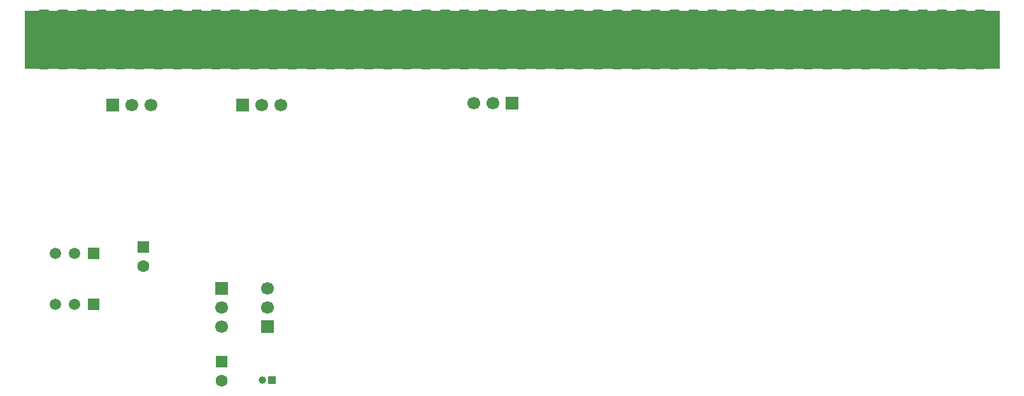
<source format=gbs>
%TF.GenerationSoftware,KiCad,Pcbnew,9.0.5*%
%TF.CreationDate,2025-11-01T11:45:05+01:00*%
%TF.ProjectId,Amiga500 Actionreplay 5,416d6967-6135-4303-9020-416374696f6e,rev?*%
%TF.SameCoordinates,Original*%
%TF.FileFunction,Soldermask,Bot*%
%TF.FilePolarity,Negative*%
%FSLAX46Y46*%
G04 Gerber Fmt 4.6, Leading zero omitted, Abs format (unit mm)*
G04 Created by KiCad (PCBNEW 9.0.5) date 2025-11-01 11:45:05*
%MOMM*%
%LPD*%
G01*
G04 APERTURE LIST*
G04 Aperture macros list*
%AMRoundRect*
0 Rectangle with rounded corners*
0 $1 Rounding radius*
0 $2 $3 $4 $5 $6 $7 $8 $9 X,Y pos of 4 corners*
0 Add a 4 corners polygon primitive as box body*
4,1,4,$2,$3,$4,$5,$6,$7,$8,$9,$2,$3,0*
0 Add four circle primitives for the rounded corners*
1,1,$1+$1,$2,$3*
1,1,$1+$1,$4,$5*
1,1,$1+$1,$6,$7*
1,1,$1+$1,$8,$9*
0 Add four rect primitives between the rounded corners*
20,1,$1+$1,$2,$3,$4,$5,0*
20,1,$1+$1,$4,$5,$6,$7,0*
20,1,$1+$1,$6,$7,$8,$9,0*
20,1,$1+$1,$8,$9,$2,$3,0*%
G04 Aperture macros list end*
%ADD10C,0.100000*%
%ADD11R,1.500000X1.500000*%
%ADD12C,1.500000*%
%ADD13RoundRect,0.250000X-0.550000X0.550000X-0.550000X-0.550000X0.550000X-0.550000X0.550000X0.550000X0*%
%ADD14C,1.600000*%
%ADD15R,1.700000X1.700000*%
%ADD16C,1.700000*%
%ADD17R,1.000000X1.000000*%
%ADD18C,1.000000*%
%ADD19RoundRect,0.381000X-0.381000X3.619000X-0.381000X-3.619000X0.381000X-3.619000X0.381000X3.619000X0*%
G04 APERTURE END LIST*
D10*
%TO.C,J1*%
X213940000Y-33486400D02*
X84400000Y-33486400D01*
X84400000Y-25866400D01*
X213940000Y-25866400D01*
X213940000Y-33486400D01*
G36*
X213940000Y-33486400D02*
G01*
X84400000Y-33486400D01*
X84400000Y-25866400D01*
X213940000Y-25866400D01*
X213940000Y-33486400D01*
G37*
%TD*%
D11*
%TO.C,Q1*%
X93544000Y-58154400D03*
D12*
X91004000Y-58154400D03*
X88464000Y-58154400D03*
%TD*%
D13*
%TO.C,C6*%
X100148000Y-57309288D03*
D14*
X100148000Y-59809288D03*
%TD*%
D15*
%TO.C,JP1*%
X113356000Y-38423400D03*
D16*
X115896000Y-38423400D03*
X118436000Y-38423400D03*
%TD*%
D15*
%TO.C,SW2*%
X96084000Y-38448400D03*
D16*
X98624000Y-38448400D03*
X101164000Y-38448400D03*
%TD*%
D15*
%TO.C,JP3*%
X149170000Y-38194400D03*
D16*
X146630000Y-38194400D03*
X144090000Y-38194400D03*
%TD*%
D11*
%TO.C,Q2*%
X93544000Y-64947400D03*
D12*
X91004000Y-64947400D03*
X88464000Y-64947400D03*
%TD*%
D17*
%TO.C,SW1*%
X117293000Y-75024400D03*
D18*
X116023000Y-75024400D03*
%TD*%
D15*
%TO.C,VR1*%
X110562000Y-62832400D03*
D16*
X110562000Y-65372400D03*
X110562000Y-67912400D03*
%TD*%
D19*
%TO.C,J1*%
X86940000Y-29676400D03*
X89480000Y-29676400D03*
X92020000Y-29676400D03*
X94560000Y-29676400D03*
X97100000Y-29676400D03*
X99640000Y-29676400D03*
X102180000Y-29676400D03*
X104720000Y-29676400D03*
X107260000Y-29676400D03*
X109800000Y-29676400D03*
X112340000Y-29676400D03*
X114880000Y-29676400D03*
X117420000Y-29676400D03*
X119960000Y-29676400D03*
X122500000Y-29676400D03*
X125040000Y-29676400D03*
X127580000Y-29676400D03*
X130120000Y-29676400D03*
X132660000Y-29676400D03*
X135200000Y-29676400D03*
X137740000Y-29676400D03*
X140280000Y-29676400D03*
X142820000Y-29676400D03*
X145360000Y-29676400D03*
X147900000Y-29676400D03*
X150440000Y-29676400D03*
X152980000Y-29676400D03*
X155520000Y-29676400D03*
X158060000Y-29676400D03*
X160600000Y-29676400D03*
X163140000Y-29676400D03*
X165680000Y-29676400D03*
X168220000Y-29676400D03*
X170760000Y-29676400D03*
X173300000Y-29676400D03*
X175840000Y-29676400D03*
X178380000Y-29676400D03*
X180920000Y-29676400D03*
X183460000Y-29676400D03*
X186000000Y-29676400D03*
X188540000Y-29676400D03*
X191080000Y-29676400D03*
X193620000Y-29676400D03*
X196160000Y-29676400D03*
X198700000Y-29676400D03*
X201240000Y-29676400D03*
X203780000Y-29676400D03*
X206320000Y-29676400D03*
X208860000Y-29676400D03*
X211400000Y-29676400D03*
%TD*%
D13*
%TO.C,C1*%
X110562000Y-72549288D03*
D14*
X110562000Y-75049288D03*
%TD*%
D15*
%TO.C,JP2*%
X116658000Y-67912400D03*
D16*
X116658000Y-65372400D03*
X116658000Y-62832400D03*
%TD*%
M02*

</source>
